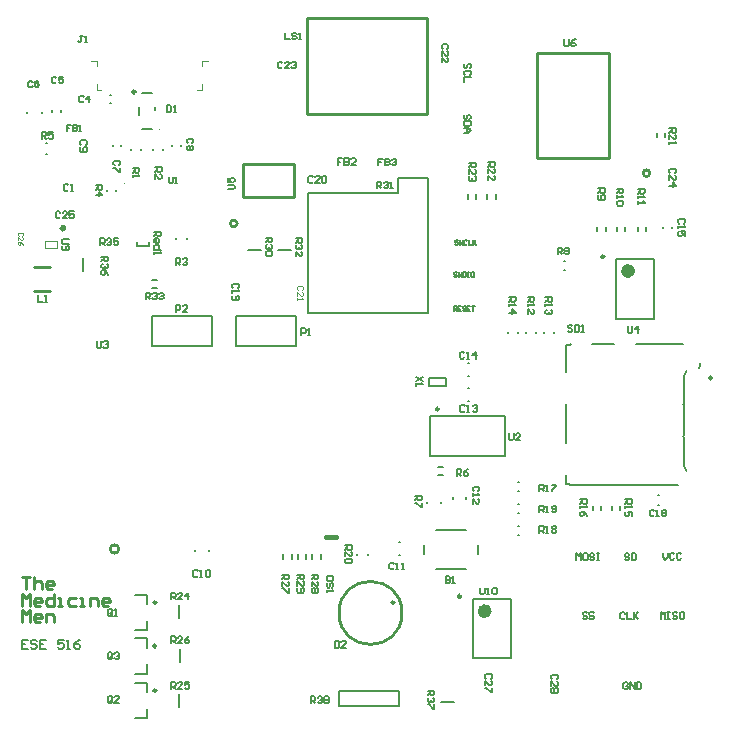
<source format=gto>
G04*
G04 #@! TF.GenerationSoftware,Altium Limited,Altium Designer,19.0.10 (269)*
G04*
G04 Layer_Color=65535*
%FSLAX44Y44*%
%MOMM*%
G71*
G01*
G75*
%ADD10C,0.2540*%
%ADD11C,0.2500*%
%ADD12C,0.1000*%
%ADD13C,0.6000*%
%ADD14C,0.2000*%
%ADD15C,0.0508*%
%ADD16C,0.1524*%
%ADD17C,0.2032*%
%ADD18C,0.4000*%
%ADD19C,0.1397*%
%ADD20C,0.1270*%
%ADD21C,0.1016*%
D10*
X190546Y432054D02*
G03*
X190546Y432054I-2840J0D01*
G01*
X44642Y428210D02*
G03*
X44642Y428210I-1796J0D01*
G01*
X90378Y156526D02*
G03*
X90378Y156526I-3580J0D01*
G01*
X540050Y474726D02*
G03*
X540050Y474726I-2840J0D01*
G01*
X330230Y102362D02*
G03*
X330230Y102362I-26700J0D01*
G01*
X323850Y111252D02*
G03*
X323850Y111252I-1270J0D01*
G01*
X249428Y524463D02*
Y605743D01*
X351028D01*
Y524463D02*
Y605743D01*
X249428Y524463D02*
X351028D01*
X18400Y395318D02*
X32400D01*
X18400Y375318D02*
X32400D01*
X195326Y454914D02*
Y482854D01*
X238506D01*
Y454914D02*
Y482854D01*
X195326Y454914D02*
X238506D01*
X444500Y487426D02*
X505460D01*
X444500D02*
Y576326D01*
X505460Y487426D02*
Y576326D01*
X444500D02*
X505460D01*
X8128Y94488D02*
Y104645D01*
X11514Y101259D01*
X14899Y104645D01*
Y94488D01*
X23363D02*
X19978D01*
X18285Y96181D01*
Y99566D01*
X19978Y101259D01*
X23363D01*
X25056Y99566D01*
Y97874D01*
X18285D01*
X28441Y94488D02*
Y101259D01*
X33520D01*
X35213Y99566D01*
Y94488D01*
X8128Y132585D02*
X14899D01*
X11514D01*
Y122428D01*
X18285Y132585D02*
Y122428D01*
Y127506D01*
X19978Y129199D01*
X23363D01*
X25056Y127506D01*
Y122428D01*
X33520D02*
X30134D01*
X28441Y124121D01*
Y127506D01*
X30134Y129199D01*
X33520D01*
X35213Y127506D01*
Y125814D01*
X28441D01*
X8128Y108458D02*
Y118615D01*
X11514Y115229D01*
X14899Y118615D01*
Y108458D01*
X23363D02*
X19978D01*
X18285Y110151D01*
Y113536D01*
X19978Y115229D01*
X23363D01*
X25056Y113536D01*
Y111844D01*
X18285D01*
X35213Y118615D02*
Y108458D01*
X30134D01*
X28441Y110151D01*
Y113536D01*
X30134Y115229D01*
X35213D01*
X38598Y108458D02*
X41984D01*
X40291D01*
Y115229D01*
X38598D01*
X53833D02*
X48755D01*
X47062Y113536D01*
Y110151D01*
X48755Y108458D01*
X53833D01*
X57219D02*
X60604D01*
X58912D01*
Y115229D01*
X57219D01*
X65683Y108458D02*
Y115229D01*
X70761D01*
X72454Y113536D01*
Y108458D01*
X80918D02*
X77532D01*
X75840Y110151D01*
Y113536D01*
X77532Y115229D01*
X80918D01*
X82611Y113536D01*
Y111844D01*
X75840D01*
D11*
X122192Y36694D02*
G03*
X122192Y36694I-1250J0D01*
G01*
Y111370D02*
G03*
X122192Y111370I-1250J0D01*
G01*
X122020Y74388D02*
G03*
X122020Y74388I-1250J0D01*
G01*
X104555Y543568D02*
G03*
X104555Y543568I-1250J0D01*
G01*
X501558Y403978D02*
G03*
X501558Y403978I-1250J0D01*
G01*
X592663Y301381D02*
G03*
X592663Y301381I-1250J0D01*
G01*
X361422Y274938D02*
G03*
X361422Y274938I-1250J0D01*
G01*
X380146Y116450D02*
G03*
X380146Y116450I-1250J0D01*
G01*
D12*
X124800Y511804D02*
G03*
X124800Y511804I-500J0D01*
G01*
X95554Y466104D02*
G03*
X95554Y466104I-500J0D01*
G01*
X160794Y569433D02*
X165874D01*
X160794Y565623D02*
Y569433D01*
X71894Y565623D02*
Y569433D01*
X66814D02*
X71894D01*
X160794Y545303D02*
Y550383D01*
X156984Y545303D02*
X160794D01*
X71894D02*
X75704D01*
X71894D02*
Y550383D01*
D13*
X524558Y391928D02*
G03*
X524558Y391928I-3000J0D01*
G01*
X403146Y103900D02*
G03*
X403146Y103900I-3000J0D01*
G01*
D14*
X568913Y279634D02*
G03*
X567913Y278634I0J-1000D01*
G01*
Y251634D02*
G03*
X568913Y250634I1000J0D01*
G01*
X581535Y309634D02*
G03*
X582913Y313081I-3622J3447D01*
G01*
X568913Y252634D02*
G03*
X567913Y251634I0J-1000D01*
G01*
Y278634D02*
G03*
X568913Y277634I1000J0D01*
G01*
X571045Y307177D02*
G03*
X568913Y303081I2868J-4096D01*
G01*
Y226481D02*
G03*
X570904Y222488I5000J0D01*
G01*
X546616Y194120D02*
X547616D01*
X546616Y202120D02*
X547616D01*
X507802Y189262D02*
Y193262D01*
X514802Y189262D02*
Y193262D01*
X491546Y189262D02*
Y193262D01*
X498546Y189262D02*
Y193262D01*
X104442Y43194D02*
X114442D01*
Y35194D02*
Y43194D01*
X104442Y13194D02*
X114442D01*
Y21194D01*
X104442Y117870D02*
X114442D01*
Y109870D02*
Y117870D01*
X104442Y87870D02*
X114442D01*
Y95870D01*
X104270Y80888D02*
X114270D01*
Y72888D02*
Y80888D01*
X104270Y50888D02*
X114270D01*
Y58888D01*
X250444Y356362D02*
X352044D01*
Y470662D01*
X326644D02*
X352044D01*
X326644Y457962D02*
Y470662D01*
X250444Y457962D02*
X326644D01*
X250444Y356362D02*
Y457962D01*
X166532Y154694D02*
Y155694D01*
X155032Y154694D02*
Y155694D01*
X59690Y391756D02*
Y402756D01*
X82812Y533964D02*
X83812D01*
X82812Y540964D02*
X83812D01*
X118904Y384246D02*
X122904D01*
X118904Y377246D02*
X122904D01*
X107300Y523804D02*
Y530804D01*
X121300Y527804D02*
Y530804D01*
X109800Y542304D02*
X118800D01*
X109800Y512304D02*
X118800D01*
X148010Y419108D02*
Y420108D01*
X139010Y419108D02*
Y420108D01*
X88328Y459748D02*
Y460748D01*
X80328Y459748D02*
Y460748D01*
X100902Y494292D02*
Y495292D01*
X108902Y494292D02*
Y495292D01*
X92400Y497594D02*
Y498594D01*
X85400Y497594D02*
Y498594D01*
X105998Y413028D02*
Y416028D01*
X115998Y413028D02*
Y416028D01*
X105998Y413028D02*
X115998D01*
X33592Y526804D02*
Y527804D01*
X41592Y526804D02*
Y527804D01*
X28456Y500054D02*
X29456D01*
X28456Y491054D02*
X29456D01*
X12800Y525788D02*
Y526788D01*
X25300Y525788D02*
Y526788D01*
X119444Y494292D02*
Y495292D01*
X127444Y494292D02*
Y495292D01*
X142692Y497594D02*
Y498594D01*
X135692Y497594D02*
Y498594D01*
X199478Y409956D02*
X210478D01*
X224878D02*
X235878D01*
X118364Y353568D02*
X169164D01*
X118364Y328168D02*
Y353568D01*
Y328168D02*
X169164D01*
Y353568D01*
X189484D02*
X240284D01*
X189484Y328168D02*
Y353568D01*
Y328168D02*
X240284D01*
Y353568D01*
X385882Y453168D02*
Y457168D01*
X392882Y453168D02*
Y457168D01*
X402392Y453168D02*
Y457168D01*
X409392Y453168D02*
Y457168D01*
X545902Y504984D02*
Y508984D01*
X552902Y504984D02*
Y508984D01*
X551116Y428252D02*
Y429252D01*
X559116Y428252D02*
Y429252D01*
X536900Y425482D02*
Y429482D01*
X529900Y425482D02*
Y429482D01*
X518866Y425482D02*
Y429482D01*
X511866Y425482D02*
Y429482D01*
X502610Y425482D02*
Y429482D01*
X495610Y425482D02*
Y429482D01*
X467368Y392748D02*
X468368D01*
X467368Y400748D02*
X468368D01*
X511558Y350928D02*
X543558D01*
X511558Y401928D02*
X543558D01*
Y350928D02*
Y401928D01*
X511558Y350928D02*
Y401928D01*
X568913Y252634D02*
Y277634D01*
X468913Y216831D02*
Y219531D01*
Y328881D02*
X472113D01*
Y330081D01*
X468913Y327031D02*
Y328881D01*
Y246531D02*
Y279231D01*
Y211781D02*
X472113D01*
Y210581D02*
X563913D01*
X468913Y211781D02*
Y216831D01*
Y306231D02*
Y327031D01*
X472113Y330081D02*
X472913D01*
X568913Y226481D02*
Y250634D01*
X472113Y210581D02*
Y211781D01*
X568913Y279634D02*
Y303081D01*
X490913Y330081D02*
X509913D01*
X527913Y330021D02*
X568413D01*
X582913Y313081D02*
Y314231D01*
X458660Y339098D02*
Y340098D01*
X450660Y339098D02*
Y340098D01*
X443420Y339098D02*
Y340098D01*
X435420Y339098D02*
Y340098D01*
X428180Y339098D02*
Y340098D01*
X420180Y339098D02*
Y340098D01*
X352672Y294442D02*
Y301442D01*
X367672Y294442D02*
Y301442D01*
X352672Y294442D02*
X367672D01*
X352672Y301442D02*
X367672D01*
X386342Y302606D02*
X387342D01*
X386342Y314106D02*
X387342D01*
X386342Y281524D02*
X387342D01*
X386342Y293024D02*
X387342D01*
X360712Y219258D02*
X364712D01*
X360712Y226258D02*
X364712D01*
X384718Y199166D02*
Y200166D01*
X373218Y199166D02*
Y200166D01*
X363632Y195588D02*
Y196588D01*
X351632Y195588D02*
Y196588D01*
X390146Y63900D02*
X422146D01*
X390146Y113900D02*
X422146D01*
Y63900D02*
Y113900D01*
X390146Y63900D02*
Y113900D01*
X327414Y151222D02*
X328414D01*
X327414Y162722D02*
X328414D01*
X301172Y151646D02*
Y152646D01*
X292172Y151646D02*
Y152646D01*
X141478Y97878D02*
Y108878D01*
X141908Y60794D02*
Y71794D01*
X141732Y22440D02*
Y33440D01*
X362904Y26622D02*
X373904D01*
X276860Y23622D02*
X327660D01*
Y36322D01*
X276860Y23622D02*
Y36322D01*
X327660D01*
X254310Y148368D02*
Y152368D01*
X261310Y148368D02*
Y152368D01*
X241908Y148368D02*
Y152368D01*
X248908Y148368D02*
Y152368D01*
X229672Y148368D02*
Y152368D01*
X236672Y148368D02*
Y152368D01*
X427998Y205296D02*
X428998D01*
X427998Y213296D02*
X428998D01*
X427998Y168212D02*
X428998D01*
X427998Y176212D02*
X428998D01*
X427998Y186754D02*
X428998D01*
X427998Y194754D02*
X428998D01*
D15*
X27686Y417322D02*
X37846D01*
Y410972D02*
Y417322D01*
X27686Y410972D02*
X37846D01*
X27686D02*
Y417322D01*
D16*
X353568Y235204D02*
Y269494D01*
Y235204D02*
X417068D01*
Y269494D01*
X353568D02*
X417068D01*
D17*
X358648Y139192D02*
X384048D01*
X358648Y172212D02*
X384048D01*
X394208Y151892D02*
Y159512D01*
X348488Y151892D02*
Y159512D01*
X13206Y79753D02*
X8128D01*
Y72136D01*
X13206D01*
X8128Y75945D02*
X10667D01*
X20824Y78484D02*
X19554Y79753D01*
X17015D01*
X15746Y78484D01*
Y77214D01*
X17015Y75945D01*
X19554D01*
X20824Y74675D01*
Y73406D01*
X19554Y72136D01*
X17015D01*
X15746Y73406D01*
X28441Y79753D02*
X23363D01*
Y72136D01*
X28441D01*
X23363Y75945D02*
X25902D01*
X43677Y79753D02*
X38598D01*
Y75945D01*
X41137Y77214D01*
X42407D01*
X43677Y75945D01*
Y73406D01*
X42407Y72136D01*
X39868D01*
X38598Y73406D01*
X46216Y72136D02*
X48755D01*
X47485D01*
Y79753D01*
X46216Y78484D01*
X57642Y79753D02*
X55103Y78484D01*
X52564Y75945D01*
Y73406D01*
X53833Y72136D01*
X56372D01*
X57642Y73406D01*
Y74675D01*
X56372Y75945D01*
X52564D01*
D18*
X266002Y166868D02*
X274002D01*
D19*
X22098Y371727D02*
Y366014D01*
X25907D01*
X27811D02*
X29715D01*
X28763D01*
Y371727D01*
X27811Y370775D01*
X521461Y42607D02*
X520509Y43559D01*
X518604D01*
X517652Y42607D01*
Y38798D01*
X518604Y37846D01*
X520509D01*
X521461Y38798D01*
Y40703D01*
X519556D01*
X523365Y37846D02*
Y43559D01*
X527174Y37846D01*
Y43559D01*
X529078D02*
Y37846D01*
X531935D01*
X532887Y38798D01*
Y42607D01*
X531935Y43559D01*
X529078D01*
X273050Y78611D02*
Y72898D01*
X275907D01*
X276859Y73850D01*
Y77659D01*
X275907Y78611D01*
X273050D01*
X282572Y72898D02*
X278763D01*
X282572Y76707D01*
Y77659D01*
X281620Y78611D01*
X279715D01*
X278763Y77659D01*
X182755Y461264D02*
X187516D01*
X188468Y462216D01*
Y464121D01*
X187516Y465073D01*
X182755D01*
Y470786D02*
Y466977D01*
X185611D01*
X184659Y468881D01*
Y469834D01*
X185611Y470786D01*
X187516D01*
X188468Y469834D01*
Y467929D01*
X187516Y466977D01*
X347597Y302514D02*
X341884Y298705D01*
X347597D02*
X341884Y302514D01*
Y296801D02*
Y294897D01*
Y295849D01*
X347597D01*
X346645Y296801D01*
X396240Y123823D02*
Y119062D01*
X397192Y118110D01*
X399097D01*
X400049Y119062D01*
Y123823D01*
X401953Y118110D02*
X403857D01*
X402905D01*
Y123823D01*
X401953Y122871D01*
X406714D02*
X407666Y123823D01*
X409571D01*
X410523Y122871D01*
Y119062D01*
X409571Y118110D01*
X407666D01*
X406714Y119062D01*
Y122871D01*
X48305Y418846D02*
X43544D01*
X42592Y417894D01*
Y415989D01*
X43544Y415037D01*
X48305D01*
X43544Y413133D02*
X42592Y412181D01*
Y410276D01*
X43544Y409324D01*
X47353D01*
X48305Y410276D01*
Y412181D01*
X47353Y413133D01*
X46401D01*
X45449Y412181D01*
Y409324D01*
X467614Y588135D02*
Y583374D01*
X468566Y582422D01*
X470471D01*
X471423Y583374D01*
Y588135D01*
X477136D02*
X475232Y587183D01*
X473327Y585279D01*
Y583374D01*
X474279Y582422D01*
X476184D01*
X477136Y583374D01*
Y584326D01*
X476184Y585279D01*
X473327D01*
X521462Y345311D02*
Y340550D01*
X522414Y339598D01*
X524319D01*
X525271Y340550D01*
Y345311D01*
X530032Y339598D02*
Y345311D01*
X527175Y342455D01*
X530984D01*
X71628Y332611D02*
Y327850D01*
X72580Y326898D01*
X74485D01*
X75437Y327850D01*
Y332611D01*
X77341Y331659D02*
X78293Y332611D01*
X80198D01*
X81150Y331659D01*
Y330707D01*
X80198Y329755D01*
X79246D01*
X80198D01*
X81150Y328802D01*
Y327850D01*
X80198Y326898D01*
X78293D01*
X77341Y327850D01*
X420878Y254379D02*
Y249618D01*
X421830Y248666D01*
X423735D01*
X424687Y249618D01*
Y254379D01*
X430400Y248666D02*
X426591D01*
X430400Y252475D01*
Y253427D01*
X429448Y254379D01*
X427543D01*
X426591Y253427D01*
X132588Y471168D02*
Y466936D01*
X133434Y466090D01*
X135127D01*
X135974Y466936D01*
Y471168D01*
X137666Y466090D02*
X139359D01*
X138513D01*
Y471168D01*
X137666Y470322D01*
X387539Y563373D02*
X388491Y564325D01*
Y566230D01*
X387539Y567182D01*
X386587D01*
X385635Y566230D01*
Y564325D01*
X384682Y563373D01*
X383730D01*
X382778Y564325D01*
Y566230D01*
X383730Y567182D01*
X387539Y557660D02*
X388491Y558612D01*
Y560517D01*
X387539Y561469D01*
X383730D01*
X382778Y560517D01*
Y558612D01*
X383730Y557660D01*
X388491Y555756D02*
X382778D01*
Y551947D01*
X387285Y520447D02*
X388237Y521399D01*
Y523304D01*
X387285Y524256D01*
X386333D01*
X385381Y523304D01*
Y521399D01*
X384428Y520447D01*
X383476D01*
X382524Y521399D01*
Y523304D01*
X383476Y524256D01*
X388237Y518543D02*
X382524D01*
Y515686D01*
X383476Y514734D01*
X387285D01*
X388237Y515686D01*
Y518543D01*
X382524Y512830D02*
X386333D01*
X388237Y510925D01*
X386333Y509021D01*
X382524D01*
X385381D01*
Y512830D01*
X486917Y102043D02*
X485965Y102995D01*
X484060D01*
X483108Y102043D01*
Y101091D01*
X484060Y100139D01*
X485965D01*
X486917Y99186D01*
Y98234D01*
X485965Y97282D01*
X484060D01*
X483108Y98234D01*
X492630Y102043D02*
X491678Y102995D01*
X489773D01*
X488821Y102043D01*
Y101091D01*
X489773Y100139D01*
X491678D01*
X492630Y99186D01*
Y98234D01*
X491678Y97282D01*
X489773D01*
X488821Y98234D01*
X518921Y101789D02*
X517969Y102741D01*
X516064D01*
X515112Y101789D01*
Y97980D01*
X516064Y97028D01*
X517969D01*
X518921Y97980D01*
X520825Y102741D02*
Y97028D01*
X524634D01*
X526538Y102741D02*
Y97028D01*
Y98932D01*
X530347Y102741D01*
X527491Y99885D01*
X530347Y97028D01*
X549148Y97282D02*
Y102995D01*
X551052Y101091D01*
X552957Y102995D01*
Y97282D01*
X554861Y102995D02*
X556766D01*
X555813D01*
Y97282D01*
X554861D01*
X556766D01*
X563431Y102043D02*
X562479Y102995D01*
X560574D01*
X559622Y102043D01*
Y101091D01*
X560574Y100139D01*
X562479D01*
X563431Y99186D01*
Y98234D01*
X562479Y97282D01*
X560574D01*
X559622Y98234D01*
X568192Y102995D02*
X566287D01*
X565335Y102043D01*
Y98234D01*
X566287Y97282D01*
X568192D01*
X569144Y98234D01*
Y102043D01*
X568192Y102995D01*
X477908Y147066D02*
Y152779D01*
X479812Y150875D01*
X481717Y152779D01*
Y147066D01*
X486478Y152779D02*
X484573D01*
X483621Y151827D01*
Y148018D01*
X484573Y147066D01*
X486478D01*
X487430Y148018D01*
Y151827D01*
X486478Y152779D01*
X493143Y151827D02*
X492191Y152779D01*
X490286D01*
X489334Y151827D01*
Y150875D01*
X490286Y149923D01*
X492191D01*
X493143Y148970D01*
Y148018D01*
X492191Y147066D01*
X490286D01*
X489334Y148018D01*
X495047Y152779D02*
X496952D01*
X496000D01*
Y147066D01*
X495047D01*
X496952D01*
X522731Y151827D02*
X521779Y152779D01*
X519874D01*
X518922Y151827D01*
Y150875D01*
X519874Y149923D01*
X521779D01*
X522731Y148970D01*
Y148018D01*
X521779Y147066D01*
X519874D01*
X518922Y148018D01*
X524635Y152779D02*
Y147066D01*
X527492D01*
X528444Y148018D01*
Y151827D01*
X527492Y152779D01*
X524635D01*
X551180Y153287D02*
Y149478D01*
X553084Y147574D01*
X554989Y149478D01*
Y153287D01*
X560702Y152335D02*
X559750Y153287D01*
X557845D01*
X556893Y152335D01*
Y148526D01*
X557845Y147574D01*
X559750D01*
X560702Y148526D01*
X566415Y152335D02*
X565463Y153287D01*
X563559D01*
X562606Y152335D01*
Y148526D01*
X563559Y147574D01*
X565463D01*
X566415Y148526D01*
X474471Y345121D02*
X473519Y346073D01*
X471614D01*
X470662Y345121D01*
Y344169D01*
X471614Y343217D01*
X473519D01*
X474471Y342264D01*
Y341312D01*
X473519Y340360D01*
X471614D01*
X470662Y341312D01*
X476375Y346073D02*
Y340360D01*
X479232D01*
X480184Y341312D01*
Y345121D01*
X479232Y346073D01*
X476375D01*
X482088Y340360D02*
X483993D01*
X483041D01*
Y346073D01*
X482088Y345121D01*
X120396Y425196D02*
X126109D01*
Y422339D01*
X125157Y421387D01*
X123253D01*
X122300Y422339D01*
Y425196D01*
Y423292D02*
X120396Y421387D01*
Y416626D02*
Y418531D01*
X121348Y419483D01*
X123253D01*
X124205Y418531D01*
Y416626D01*
X123253Y415674D01*
X122300D01*
Y419483D01*
X126109Y409961D02*
X120396D01*
Y412817D01*
X121348Y413770D01*
X123253D01*
X124205Y412817D01*
Y409961D01*
X120396Y408057D02*
Y406152D01*
Y407104D01*
X126109D01*
X125157Y408057D01*
X252984Y25908D02*
Y31621D01*
X255841D01*
X256793Y30669D01*
Y28765D01*
X255841Y27812D01*
X252984D01*
X254888D02*
X256793Y25908D01*
X258697Y30669D02*
X259649Y31621D01*
X261554D01*
X262506Y30669D01*
Y29717D01*
X261554Y28765D01*
X260602D01*
X261554D01*
X262506Y27812D01*
Y26860D01*
X261554Y25908D01*
X259649D01*
X258697Y26860D01*
X264410Y30669D02*
X265362Y31621D01*
X267267D01*
X268219Y30669D01*
Y29717D01*
X267267Y28765D01*
X268219Y27812D01*
Y26860D01*
X267267Y25908D01*
X265362D01*
X264410Y26860D01*
Y27812D01*
X265362Y28765D01*
X264410Y29717D01*
Y30669D01*
X265362Y28765D02*
X267267D01*
X351894Y36274D02*
X357607D01*
Y33417D01*
X356655Y32465D01*
X354751D01*
X353798Y33417D01*
Y36274D01*
Y34370D02*
X351894Y32465D01*
X356655Y30561D02*
X357607Y29609D01*
Y27704D01*
X356655Y26752D01*
X355703D01*
X354751Y27704D01*
Y28656D01*
Y27704D01*
X353798Y26752D01*
X352846D01*
X351894Y27704D01*
Y29609D01*
X352846Y30561D01*
X357607Y24848D02*
Y21039D01*
X356655D01*
X352846Y24848D01*
X351894D01*
X75692Y403860D02*
X81405D01*
Y401003D01*
X80453Y400051D01*
X78549D01*
X77596Y401003D01*
Y403860D01*
Y401956D02*
X75692Y400051D01*
X80453Y398147D02*
X81405Y397195D01*
Y395290D01*
X80453Y394338D01*
X79501D01*
X78549Y395290D01*
Y396242D01*
Y395290D01*
X77596Y394338D01*
X76644D01*
X75692Y395290D01*
Y397195D01*
X76644Y398147D01*
X81405Y388625D02*
X80453Y390529D01*
X78549Y392434D01*
X76644D01*
X75692Y391482D01*
Y389577D01*
X76644Y388625D01*
X77596D01*
X78549Y389577D01*
Y392434D01*
X74676Y413766D02*
Y419479D01*
X77533D01*
X78485Y418527D01*
Y416623D01*
X77533Y415670D01*
X74676D01*
X76580D02*
X78485Y413766D01*
X80389Y418527D02*
X81341Y419479D01*
X83246D01*
X84198Y418527D01*
Y417575D01*
X83246Y416623D01*
X82294D01*
X83246D01*
X84198Y415670D01*
Y414718D01*
X83246Y413766D01*
X81341D01*
X80389Y414718D01*
X89911Y419479D02*
X86102D01*
Y416623D01*
X88007Y417575D01*
X88959D01*
X89911Y416623D01*
Y414718D01*
X88959Y413766D01*
X87055D01*
X86102Y414718D01*
X113030Y367792D02*
Y373505D01*
X115887D01*
X116839Y372553D01*
Y370649D01*
X115887Y369696D01*
X113030D01*
X114934D02*
X116839Y367792D01*
X118743Y372553D02*
X119695Y373505D01*
X121600D01*
X122552Y372553D01*
Y371601D01*
X121600Y370649D01*
X120647D01*
X121600D01*
X122552Y369696D01*
Y368744D01*
X121600Y367792D01*
X119695D01*
X118743Y368744D01*
X124456Y372553D02*
X125408Y373505D01*
X127313D01*
X128265Y372553D01*
Y371601D01*
X127313Y370649D01*
X126361D01*
X127313D01*
X128265Y369696D01*
Y368744D01*
X127313Y367792D01*
X125408D01*
X124456Y368744D01*
X240030Y419608D02*
X245743D01*
Y416751D01*
X244791Y415799D01*
X242887D01*
X241934Y416751D01*
Y419608D01*
Y417704D02*
X240030Y415799D01*
X244791Y413895D02*
X245743Y412943D01*
Y411038D01*
X244791Y410086D01*
X243839D01*
X242887Y411038D01*
Y411991D01*
Y411038D01*
X241934Y410086D01*
X240982D01*
X240030Y411038D01*
Y412943D01*
X240982Y413895D01*
X240030Y404373D02*
Y408182D01*
X243839Y404373D01*
X244791D01*
X245743Y405325D01*
Y407229D01*
X244791Y408182D01*
X308864Y461772D02*
Y467485D01*
X311721D01*
X312673Y466533D01*
Y464629D01*
X311721Y463676D01*
X308864D01*
X310768D02*
X312673Y461772D01*
X314577Y466533D02*
X315529Y467485D01*
X317434D01*
X318386Y466533D01*
Y465581D01*
X317434Y464629D01*
X316481D01*
X317434D01*
X318386Y463676D01*
Y462724D01*
X317434Y461772D01*
X315529D01*
X314577Y462724D01*
X320290Y461772D02*
X322195D01*
X321242D01*
Y467485D01*
X320290Y466533D01*
X214630Y420116D02*
X220343D01*
Y417259D01*
X219391Y416307D01*
X217487D01*
X216534Y417259D01*
Y420116D01*
Y418212D02*
X214630Y416307D01*
X219391Y414403D02*
X220343Y413451D01*
Y411546D01*
X219391Y410594D01*
X218439D01*
X217487Y411546D01*
Y412499D01*
Y411546D01*
X216534Y410594D01*
X215582D01*
X214630Y411546D01*
Y413451D01*
X215582Y414403D01*
X219391Y408690D02*
X220343Y407738D01*
Y405833D01*
X219391Y404881D01*
X215582D01*
X214630Y405833D01*
Y407738D01*
X215582Y408690D01*
X219391D01*
X241554Y134874D02*
X247267D01*
Y132017D01*
X246315Y131065D01*
X244411D01*
X243458Y132017D01*
Y134874D01*
Y132970D02*
X241554Y131065D01*
Y125352D02*
Y129161D01*
X245363Y125352D01*
X246315D01*
X247267Y126304D01*
Y128209D01*
X246315Y129161D01*
X242506Y123448D02*
X241554Y122495D01*
Y120591D01*
X242506Y119639D01*
X246315D01*
X247267Y120591D01*
Y122495D01*
X246315Y123448D01*
X245363D01*
X244411Y122495D01*
Y119639D01*
X253746Y134620D02*
X259459D01*
Y131763D01*
X258507Y130811D01*
X256603D01*
X255650Y131763D01*
Y134620D01*
Y132716D02*
X253746Y130811D01*
Y125098D02*
Y128907D01*
X257555Y125098D01*
X258507D01*
X259459Y126050D01*
Y127955D01*
X258507Y128907D01*
Y123194D02*
X259459Y122241D01*
Y120337D01*
X258507Y119385D01*
X257555D01*
X256603Y120337D01*
X255650Y119385D01*
X254698D01*
X253746Y120337D01*
Y122241D01*
X254698Y123194D01*
X255650D01*
X256603Y122241D01*
X257555Y123194D01*
X258507D01*
X256603Y122241D02*
Y120337D01*
X228600Y134620D02*
X234313D01*
Y131763D01*
X233361Y130811D01*
X231457D01*
X230504Y131763D01*
Y134620D01*
Y132716D02*
X228600Y130811D01*
Y125098D02*
Y128907D01*
X232409Y125098D01*
X233361D01*
X234313Y126050D01*
Y127955D01*
X233361Y128907D01*
X234313Y123194D02*
Y119385D01*
X233361D01*
X229552Y123194D01*
X228600D01*
X134620Y76708D02*
Y82421D01*
X137477D01*
X138429Y81469D01*
Y79565D01*
X137477Y78612D01*
X134620D01*
X136524D02*
X138429Y76708D01*
X144142D02*
X140333D01*
X144142Y80517D01*
Y81469D01*
X143190Y82421D01*
X141285D01*
X140333Y81469D01*
X149855Y82421D02*
X147951Y81469D01*
X146046Y79565D01*
Y77660D01*
X146999Y76708D01*
X148903D01*
X149855Y77660D01*
Y78612D01*
X148903Y79565D01*
X146046D01*
X134620Y38100D02*
Y43813D01*
X137477D01*
X138429Y42861D01*
Y40957D01*
X137477Y40004D01*
X134620D01*
X136524D02*
X138429Y38100D01*
X144142D02*
X140333D01*
X144142Y41909D01*
Y42861D01*
X143190Y43813D01*
X141285D01*
X140333Y42861D01*
X149855Y43813D02*
X146046D01*
Y40957D01*
X147951Y41909D01*
X148903D01*
X149855Y40957D01*
Y39052D01*
X148903Y38100D01*
X146999D01*
X146046Y39052D01*
X134620Y113792D02*
Y119505D01*
X137477D01*
X138429Y118553D01*
Y116649D01*
X137477Y115696D01*
X134620D01*
X136524D02*
X138429Y113792D01*
X144142D02*
X140333D01*
X144142Y117601D01*
Y118553D01*
X143190Y119505D01*
X141285D01*
X140333Y118553D01*
X148903Y113792D02*
Y119505D01*
X146046Y116649D01*
X149855D01*
X386842Y483616D02*
X392555D01*
Y480759D01*
X391603Y479807D01*
X389699D01*
X388746Y480759D01*
Y483616D01*
Y481712D02*
X386842Y479807D01*
Y474094D02*
Y477903D01*
X390651Y474094D01*
X391603D01*
X392555Y475046D01*
Y476951D01*
X391603Y477903D01*
Y472190D02*
X392555Y471237D01*
Y469333D01*
X391603Y468381D01*
X390651D01*
X389699Y469333D01*
Y470285D01*
Y469333D01*
X388746Y468381D01*
X387794D01*
X386842Y469333D01*
Y471237D01*
X387794Y472190D01*
X403098Y484124D02*
X408811D01*
Y481267D01*
X407859Y480315D01*
X405955D01*
X405002Y481267D01*
Y484124D01*
Y482220D02*
X403098Y480315D01*
Y474602D02*
Y478411D01*
X406907Y474602D01*
X407859D01*
X408811Y475554D01*
Y477459D01*
X407859Y478411D01*
X403098Y468889D02*
Y472698D01*
X406907Y468889D01*
X407859D01*
X408811Y469841D01*
Y471745D01*
X407859Y472698D01*
X556514Y512820D02*
X562227D01*
Y509963D01*
X561275Y509011D01*
X559371D01*
X558418Y509963D01*
Y512820D01*
Y510916D02*
X556514Y509011D01*
Y503298D02*
Y507107D01*
X560323Y503298D01*
X561275D01*
X562227Y504250D01*
Y506155D01*
X561275Y507107D01*
X556514Y501394D02*
Y499489D01*
Y500442D01*
X562227D01*
X561275Y501394D01*
X281940Y159766D02*
X287653D01*
Y156909D01*
X286701Y155957D01*
X284797D01*
X283844Y156909D01*
Y159766D01*
Y157862D02*
X281940Y155957D01*
Y150244D02*
Y154053D01*
X285749Y150244D01*
X286701D01*
X287653Y151196D01*
Y153101D01*
X286701Y154053D01*
Y148340D02*
X287653Y147388D01*
Y145483D01*
X286701Y144531D01*
X282892D01*
X281940Y145483D01*
Y147388D01*
X282892Y148340D01*
X286701D01*
X446532Y187452D02*
Y193165D01*
X449389D01*
X450341Y192213D01*
Y190309D01*
X449389Y189356D01*
X446532D01*
X448436D02*
X450341Y187452D01*
X452245D02*
X454150D01*
X453197D01*
Y193165D01*
X452245Y192213D01*
X457006Y188404D02*
X457958Y187452D01*
X459863D01*
X460815Y188404D01*
Y192213D01*
X459863Y193165D01*
X457958D01*
X457006Y192213D01*
Y191261D01*
X457958Y190309D01*
X460815D01*
X446532Y170180D02*
Y175893D01*
X449389D01*
X450341Y174941D01*
Y173037D01*
X449389Y172084D01*
X446532D01*
X448436D02*
X450341Y170180D01*
X452245D02*
X454150D01*
X453197D01*
Y175893D01*
X452245Y174941D01*
X457006D02*
X457958Y175893D01*
X459863D01*
X460815Y174941D01*
Y173989D01*
X459863Y173037D01*
X460815Y172084D01*
Y171132D01*
X459863Y170180D01*
X457958D01*
X457006Y171132D01*
Y172084D01*
X457958Y173037D01*
X457006Y173989D01*
Y174941D01*
X457958Y173037D02*
X459863D01*
X446532Y205296D02*
Y211009D01*
X449389D01*
X450341Y210057D01*
Y208153D01*
X449389Y207200D01*
X446532D01*
X448436D02*
X450341Y205296D01*
X452245D02*
X454150D01*
X453197D01*
Y211009D01*
X452245Y210057D01*
X457006Y211009D02*
X460815D01*
Y210057D01*
X457006Y206248D01*
Y205296D01*
X481076Y198628D02*
X486789D01*
Y195771D01*
X485837Y194819D01*
X483933D01*
X482980Y195771D01*
Y198628D01*
Y196724D02*
X481076Y194819D01*
Y192915D02*
Y191010D01*
Y191963D01*
X486789D01*
X485837Y192915D01*
X486789Y184345D02*
X485837Y186250D01*
X483933Y188154D01*
X482028D01*
X481076Y187202D01*
Y185297D01*
X482028Y184345D01*
X482980D01*
X483933Y185297D01*
Y188154D01*
X518922Y198628D02*
X524635D01*
Y195771D01*
X523683Y194819D01*
X521779D01*
X520826Y195771D01*
Y198628D01*
Y196724D02*
X518922Y194819D01*
Y192915D02*
Y191010D01*
Y191963D01*
X524635D01*
X523683Y192915D01*
X524635Y184345D02*
Y188154D01*
X521779D01*
X522731Y186250D01*
Y185297D01*
X521779Y184345D01*
X519874D01*
X518922Y185297D01*
Y187202D01*
X519874Y188154D01*
X420624Y369824D02*
X426337D01*
Y366967D01*
X425385Y366015D01*
X423481D01*
X422528Y366967D01*
Y369824D01*
Y367920D02*
X420624Y366015D01*
Y364111D02*
Y362206D01*
Y363159D01*
X426337D01*
X425385Y364111D01*
X420624Y356493D02*
X426337D01*
X423481Y359350D01*
Y355541D01*
X451612Y369570D02*
X457325D01*
Y366713D01*
X456373Y365761D01*
X454469D01*
X453516Y366713D01*
Y369570D01*
Y367666D02*
X451612Y365761D01*
Y363857D02*
Y361953D01*
Y362905D01*
X457325D01*
X456373Y363857D01*
Y359096D02*
X457325Y358144D01*
Y356239D01*
X456373Y355287D01*
X455421D01*
X454469Y356239D01*
Y357192D01*
Y356239D01*
X453516Y355287D01*
X452564D01*
X451612Y356239D01*
Y358144D01*
X452564Y359096D01*
X436626Y369824D02*
X442339D01*
Y366967D01*
X441387Y366015D01*
X439483D01*
X438530Y366967D01*
Y369824D01*
Y367920D02*
X436626Y366015D01*
Y364111D02*
Y362206D01*
Y363159D01*
X442339D01*
X441387Y364111D01*
X436626Y355541D02*
Y359350D01*
X440435Y355541D01*
X441387D01*
X442339Y356493D01*
Y358398D01*
X441387Y359350D01*
X529900Y461264D02*
X535613D01*
Y458407D01*
X534661Y457455D01*
X532757D01*
X531804Y458407D01*
Y461264D01*
Y459360D02*
X529900Y457455D01*
Y455551D02*
Y453647D01*
Y454599D01*
X535613D01*
X534661Y455551D01*
X529900Y450790D02*
Y448885D01*
Y449838D01*
X535613D01*
X534661Y450790D01*
X511810Y461518D02*
X517523D01*
Y458661D01*
X516571Y457709D01*
X514667D01*
X513714Y458661D01*
Y461518D01*
Y459614D02*
X511810Y457709D01*
Y455805D02*
Y453900D01*
Y454853D01*
X517523D01*
X516571Y455805D01*
Y451044D02*
X517523Y450092D01*
Y448187D01*
X516571Y447235D01*
X512762D01*
X511810Y448187D01*
Y450092D01*
X512762Y451044D01*
X516571D01*
X496062Y461772D02*
X501775D01*
Y458915D01*
X500823Y457963D01*
X498919D01*
X497966Y458915D01*
Y461772D01*
Y459868D02*
X496062Y457963D01*
X497014Y456059D02*
X496062Y455107D01*
Y453202D01*
X497014Y452250D01*
X500823D01*
X501775Y453202D01*
Y455107D01*
X500823Y456059D01*
X499871D01*
X498919Y455107D01*
Y452250D01*
X462026Y405892D02*
Y411605D01*
X464883D01*
X465835Y410653D01*
Y408749D01*
X464883Y407796D01*
X462026D01*
X463930D02*
X465835Y405892D01*
X467739Y410653D02*
X468691Y411605D01*
X470596D01*
X471548Y410653D01*
Y409701D01*
X470596Y408749D01*
X471548Y407796D01*
Y406844D01*
X470596Y405892D01*
X468691D01*
X467739Y406844D01*
Y407796D01*
X468691Y408749D01*
X467739Y409701D01*
Y410653D01*
X468691Y408749D02*
X470596D01*
X341122Y201422D02*
X346835D01*
Y198565D01*
X345883Y197613D01*
X343979D01*
X343026Y198565D01*
Y201422D01*
Y199518D02*
X341122Y197613D01*
X346835Y195709D02*
Y191900D01*
X345883D01*
X342074Y195709D01*
X341122D01*
X376682Y218440D02*
Y224153D01*
X379539D01*
X380491Y223201D01*
Y221297D01*
X379539Y220344D01*
X376682D01*
X378586D02*
X380491Y218440D01*
X386204Y224153D02*
X384300Y223201D01*
X382395Y221297D01*
Y219392D01*
X383347Y218440D01*
X385252D01*
X386204Y219392D01*
Y220344D01*
X385252Y221297D01*
X382395D01*
X25146Y503936D02*
Y509649D01*
X28003D01*
X28955Y508697D01*
Y506793D01*
X28003Y505840D01*
X25146D01*
X27050D02*
X28955Y503936D01*
X34668Y509649D02*
X30859D01*
Y506793D01*
X32764Y507745D01*
X33716D01*
X34668Y506793D01*
Y504888D01*
X33716Y503936D01*
X31811D01*
X30859Y504888D01*
X70726Y464566D02*
X76439D01*
Y461709D01*
X75487Y460757D01*
X73583D01*
X72631Y461709D01*
Y464566D01*
Y462662D02*
X70726Y460757D01*
Y455996D02*
X76439D01*
X73583Y458853D01*
Y455044D01*
X138684Y397002D02*
Y402715D01*
X141541D01*
X142493Y401763D01*
Y399859D01*
X141541Y398906D01*
X138684D01*
X140588D02*
X142493Y397002D01*
X144397Y401763D02*
X145349Y402715D01*
X147254D01*
X148206Y401763D01*
Y400811D01*
X147254Y399859D01*
X146301D01*
X147254D01*
X148206Y398906D01*
Y397954D01*
X147254Y397002D01*
X145349D01*
X144397Y397954D01*
X120904Y479552D02*
X126617D01*
Y476695D01*
X125665Y475743D01*
X123761D01*
X122808Y476695D01*
Y479552D01*
Y477648D02*
X120904Y475743D01*
Y470030D02*
Y473839D01*
X124713Y470030D01*
X125665D01*
X126617Y470982D01*
Y472887D01*
X125665Y473839D01*
X102108Y479044D02*
X107821D01*
Y476187D01*
X106869Y475235D01*
X104965D01*
X104012Y476187D01*
Y479044D01*
Y477140D02*
X102108Y475235D01*
Y473331D02*
Y471427D01*
Y472379D01*
X107821D01*
X106869Y473331D01*
X84835Y64198D02*
Y68007D01*
X83883Y68959D01*
X81978D01*
X81026Y68007D01*
Y64198D01*
X81978Y63246D01*
X83883D01*
X82930Y65150D02*
X84835Y63246D01*
X83883D02*
X84835Y64198D01*
X86739Y68007D02*
X87691Y68959D01*
X89596D01*
X90548Y68007D01*
Y67055D01*
X89596Y66103D01*
X88644D01*
X89596D01*
X90548Y65150D01*
Y64198D01*
X89596Y63246D01*
X87691D01*
X86739Y64198D01*
X84835Y27114D02*
Y30923D01*
X83883Y31875D01*
X81978D01*
X81026Y30923D01*
Y27114D01*
X81978Y26162D01*
X83883D01*
X82930Y28066D02*
X84835Y26162D01*
X83883D02*
X84835Y27114D01*
X90548Y26162D02*
X86739D01*
X90548Y29971D01*
Y30923D01*
X89596Y31875D01*
X87691D01*
X86739Y30923D01*
X84835Y101028D02*
Y104837D01*
X83883Y105789D01*
X81978D01*
X81026Y104837D01*
Y101028D01*
X81978Y100076D01*
X83883D01*
X82930Y101980D02*
X84835Y100076D01*
X83883D02*
X84835Y101028D01*
X86739Y100076D02*
X88644D01*
X87691D01*
Y105789D01*
X86739Y104837D01*
X138684Y357124D02*
Y362837D01*
X141541D01*
X142493Y361885D01*
Y359981D01*
X141541Y359028D01*
X138684D01*
X148206Y357124D02*
X144397D01*
X148206Y360933D01*
Y361885D01*
X147254Y362837D01*
X145349D01*
X144397Y361885D01*
X244856Y337566D02*
Y343279D01*
X247713D01*
X248665Y342327D01*
Y340423D01*
X247713Y339470D01*
X244856D01*
X250569Y337566D02*
X252474D01*
X251521D01*
Y343279D01*
X250569Y342327D01*
X231408Y593723D02*
Y588010D01*
X235217D01*
X240930Y592771D02*
X239978Y593723D01*
X238073D01*
X237121Y592771D01*
Y591819D01*
X238073Y590867D01*
X239978D01*
X240930Y589914D01*
Y588962D01*
X239978Y588010D01*
X238073D01*
X237121Y588962D01*
X242834Y588010D02*
X244739D01*
X243787D01*
Y593723D01*
X242834Y592771D01*
X59689Y591183D02*
X57784D01*
X58737D01*
Y586422D01*
X57784Y585470D01*
X56832D01*
X55880Y586422D01*
X61593Y585470D02*
X63498D01*
X62545D01*
Y591183D01*
X61593Y590231D01*
X313943Y487043D02*
X310134D01*
Y484187D01*
X312038D01*
X310134D01*
Y481330D01*
X315847Y487043D02*
Y481330D01*
X318704D01*
X319656Y482282D01*
Y483234D01*
X318704Y484187D01*
X315847D01*
X318704D01*
X319656Y485139D01*
Y486091D01*
X318704Y487043D01*
X315847D01*
X321560Y486091D02*
X322513Y487043D01*
X324417D01*
X325369Y486091D01*
Y485139D01*
X324417Y484187D01*
X323465D01*
X324417D01*
X325369Y483234D01*
Y482282D01*
X324417Y481330D01*
X322513D01*
X321560Y482282D01*
X279399Y487297D02*
X275590D01*
Y484441D01*
X277494D01*
X275590D01*
Y481584D01*
X281303Y487297D02*
Y481584D01*
X284160D01*
X285112Y482536D01*
Y483488D01*
X284160Y484441D01*
X281303D01*
X284160D01*
X285112Y485393D01*
Y486345D01*
X284160Y487297D01*
X281303D01*
X290825Y481584D02*
X287016D01*
X290825Y485393D01*
Y486345D01*
X289873Y487297D01*
X287969D01*
X287016Y486345D01*
X50122Y515364D02*
X46736D01*
Y512825D01*
X48429D01*
X46736D01*
Y510286D01*
X51814Y515364D02*
Y510286D01*
X54353D01*
X55200Y511132D01*
Y511979D01*
X54353Y512825D01*
X51814D01*
X54353D01*
X55200Y513672D01*
Y514518D01*
X54353Y515364D01*
X51814D01*
X56893Y510286D02*
X58586D01*
X57739D01*
Y515364D01*
X56893Y514518D01*
X272159Y133350D02*
X266446D01*
Y130493D01*
X267398Y129541D01*
X271207D01*
X272159Y130493D01*
Y133350D01*
X271207Y123828D02*
X272159Y124780D01*
Y126685D01*
X271207Y127637D01*
X270255D01*
X269303Y126685D01*
Y124780D01*
X268350Y123828D01*
X267398D01*
X266446Y124780D01*
Y126685D01*
X267398Y127637D01*
X266446Y121924D02*
Y120019D01*
Y120971D01*
X272159D01*
X271207Y121924D01*
X131064Y532001D02*
Y526288D01*
X133921D01*
X134873Y527240D01*
Y531049D01*
X133921Y532001D01*
X131064D01*
X136777Y526288D02*
X138681D01*
X137729D01*
Y532001D01*
X136777Y531049D01*
X461020Y46229D02*
X461972Y47181D01*
Y49086D01*
X461020Y50038D01*
X457211D01*
X456259Y49086D01*
Y47181D01*
X457211Y46229D01*
X456259Y40516D02*
Y44325D01*
X460067Y40516D01*
X461020D01*
X461972Y41468D01*
Y43373D01*
X461020Y44325D01*
Y38612D02*
X461972Y37659D01*
Y35755D01*
X461020Y34803D01*
X460067D01*
X459115Y35755D01*
X458163Y34803D01*
X457211D01*
X456259Y35755D01*
Y37659D01*
X457211Y38612D01*
X458163D01*
X459115Y37659D01*
X460067Y38612D01*
X461020D01*
X459115Y37659D02*
Y35755D01*
X405207Y46737D02*
X406159Y47689D01*
Y49594D01*
X405207Y50546D01*
X401398D01*
X400446Y49594D01*
Y47689D01*
X401398Y46737D01*
X400446Y41024D02*
Y44833D01*
X404255Y41024D01*
X405207D01*
X406159Y41976D01*
Y43881D01*
X405207Y44833D01*
X406159Y39120D02*
Y35311D01*
X405207D01*
X401398Y39120D01*
X400446D01*
X40893Y441313D02*
X39941Y442265D01*
X38036D01*
X37084Y441313D01*
Y437504D01*
X38036Y436552D01*
X39941D01*
X40893Y437504D01*
X46606Y436552D02*
X42797D01*
X46606Y440361D01*
Y441313D01*
X45654Y442265D01*
X43749D01*
X42797Y441313D01*
X52319Y442265D02*
X48510D01*
Y439409D01*
X50415Y440361D01*
X51367D01*
X52319Y439409D01*
Y437504D01*
X51367Y436552D01*
X49462D01*
X48510Y437504D01*
X561275Y474727D02*
X562227Y475679D01*
Y477584D01*
X561275Y478536D01*
X557466D01*
X556514Y477584D01*
Y475679D01*
X557466Y474727D01*
X556514Y469014D02*
Y472823D01*
X560323Y469014D01*
X561275D01*
X562227Y469966D01*
Y471871D01*
X561275Y472823D01*
X556514Y464253D02*
X562227D01*
X559371Y467110D01*
Y463301D01*
X228853Y568133D02*
X227901Y569085D01*
X225996D01*
X225044Y568133D01*
Y564324D01*
X225996Y563372D01*
X227901D01*
X228853Y564324D01*
X234566Y563372D02*
X230757D01*
X234566Y567181D01*
Y568133D01*
X233614Y569085D01*
X231709D01*
X230757Y568133D01*
X236470D02*
X237423Y569085D01*
X239327D01*
X240279Y568133D01*
Y567181D01*
X239327Y566229D01*
X238375D01*
X239327D01*
X240279Y565276D01*
Y564324D01*
X239327Y563372D01*
X237423D01*
X236470Y564324D01*
X368489Y579883D02*
X369441Y580835D01*
Y582740D01*
X368489Y583692D01*
X364680D01*
X363728Y582740D01*
Y580835D01*
X364680Y579883D01*
X363728Y574170D02*
Y577979D01*
X367537Y574170D01*
X368489D01*
X369441Y575122D01*
Y577027D01*
X368489Y577979D01*
X363728Y568457D02*
Y572266D01*
X367537Y568457D01*
X368489D01*
X369441Y569409D01*
Y571314D01*
X368489Y572266D01*
X254761Y471359D02*
X253809Y472311D01*
X251904D01*
X250952Y471359D01*
Y467550D01*
X251904Y466598D01*
X253809D01*
X254761Y467550D01*
X260474Y466598D02*
X256665D01*
X260474Y470407D01*
Y471359D01*
X259522Y472311D01*
X257617D01*
X256665Y471359D01*
X262378D02*
X263330Y472311D01*
X265235D01*
X266187Y471359D01*
Y467550D01*
X265235Y466598D01*
X263330D01*
X262378Y467550D01*
Y471359D01*
X191197Y377445D02*
X192149Y378397D01*
Y380302D01*
X191197Y381254D01*
X187388D01*
X186436Y380302D01*
Y378397D01*
X187388Y377445D01*
X186436Y375541D02*
Y373637D01*
Y374589D01*
X192149D01*
X191197Y375541D01*
X187388Y370780D02*
X186436Y369828D01*
Y367923D01*
X187388Y366971D01*
X191197D01*
X192149Y367923D01*
Y369828D01*
X191197Y370780D01*
X190245D01*
X189293Y369828D01*
Y366971D01*
X543559Y188911D02*
X542607Y189863D01*
X540702D01*
X539750Y188911D01*
Y185102D01*
X540702Y184150D01*
X542607D01*
X543559Y185102D01*
X545463Y184150D02*
X547368D01*
X546415D01*
Y189863D01*
X545463Y188911D01*
X550224D02*
X551176Y189863D01*
X553081D01*
X554033Y188911D01*
Y187959D01*
X553081Y187007D01*
X554033Y186054D01*
Y185102D01*
X553081Y184150D01*
X551176D01*
X550224Y185102D01*
Y186054D01*
X551176Y187007D01*
X550224Y187959D01*
Y188911D01*
X551176Y187007D02*
X553081D01*
X568641Y432055D02*
X569593Y433007D01*
Y434912D01*
X568641Y435864D01*
X564832D01*
X563880Y434912D01*
Y433007D01*
X564832Y432055D01*
X563880Y430151D02*
Y428246D01*
Y429199D01*
X569593D01*
X568641Y430151D01*
X569593Y421581D02*
Y425390D01*
X566737D01*
X567689Y423485D01*
Y422533D01*
X566737Y421581D01*
X564832D01*
X563880Y422533D01*
Y424438D01*
X564832Y425390D01*
X383031Y322515D02*
X382079Y323467D01*
X380174D01*
X379222Y322515D01*
Y318706D01*
X380174Y317754D01*
X382079D01*
X383031Y318706D01*
X384935Y317754D02*
X386839D01*
X385887D01*
Y323467D01*
X384935Y322515D01*
X392553Y317754D02*
Y323467D01*
X389696Y320611D01*
X393505D01*
X383285Y277557D02*
X382333Y278509D01*
X380428D01*
X379476Y277557D01*
Y273748D01*
X380428Y272796D01*
X382333D01*
X383285Y273748D01*
X385189Y272796D02*
X387094D01*
X386141D01*
Y278509D01*
X385189Y277557D01*
X389950D02*
X390902Y278509D01*
X392807D01*
X393759Y277557D01*
Y276605D01*
X392807Y275653D01*
X391855D01*
X392807D01*
X393759Y274700D01*
Y273748D01*
X392807Y272796D01*
X390902D01*
X389950Y273748D01*
X394651Y205487D02*
X395603Y206439D01*
Y208344D01*
X394651Y209296D01*
X390842D01*
X389890Y208344D01*
Y206439D01*
X390842Y205487D01*
X389890Y203583D02*
Y201679D01*
Y202631D01*
X395603D01*
X394651Y203583D01*
X389890Y195013D02*
Y198822D01*
X393699Y195013D01*
X394651D01*
X395603Y195965D01*
Y197870D01*
X394651Y198822D01*
X323341Y143953D02*
X322389Y144905D01*
X320484D01*
X319532Y143953D01*
Y140144D01*
X320484Y139192D01*
X322389D01*
X323341Y140144D01*
X325245Y139192D02*
X327150D01*
X326197D01*
Y144905D01*
X325245Y143953D01*
X330006Y139192D02*
X331911D01*
X330958D01*
Y144905D01*
X330006Y143953D01*
X157225Y137857D02*
X156273Y138809D01*
X154368D01*
X153416Y137857D01*
Y134048D01*
X154368Y133096D01*
X156273D01*
X157225Y134048D01*
X159129Y133096D02*
X161033D01*
X160081D01*
Y138809D01*
X159129Y137857D01*
X163890D02*
X164842Y138809D01*
X166747D01*
X167699Y137857D01*
Y134048D01*
X166747Y133096D01*
X164842D01*
X163890Y134048D01*
Y137857D01*
X62419Y498603D02*
X63371Y499555D01*
Y501460D01*
X62419Y502412D01*
X58610D01*
X57658Y501460D01*
Y499555D01*
X58610Y498603D01*
Y496699D02*
X57658Y495747D01*
Y493842D01*
X58610Y492890D01*
X62419D01*
X63371Y493842D01*
Y495747D01*
X62419Y496699D01*
X61467D01*
X60515Y495747D01*
Y492890D01*
X152605Y499873D02*
X153557Y500825D01*
Y502730D01*
X152605Y503682D01*
X148796D01*
X147844Y502730D01*
Y500825D01*
X148796Y499873D01*
X152605Y497969D02*
X153557Y497017D01*
Y495112D01*
X152605Y494160D01*
X151653D01*
X150701Y495112D01*
X149748Y494160D01*
X148796D01*
X147844Y495112D01*
Y497017D01*
X148796Y497969D01*
X149748D01*
X150701Y497017D01*
X151653Y497969D01*
X152605D01*
X150701Y497017D02*
Y495112D01*
X90613Y481331D02*
X91565Y482283D01*
Y484188D01*
X90613Y485140D01*
X86804D01*
X85852Y484188D01*
Y482283D01*
X86804Y481331D01*
X91565Y479427D02*
Y475618D01*
X90613D01*
X86804Y479427D01*
X85852D01*
X17543Y551723D02*
X17271Y552267D01*
X16727Y552812D01*
X16183Y553084D01*
X15094D01*
X14550Y552812D01*
X14006Y552267D01*
X13734Y551723D01*
X13462Y550907D01*
Y549547D01*
X13734Y548730D01*
X14006Y548186D01*
X14550Y547642D01*
X15094Y547370D01*
X16183D01*
X16727Y547642D01*
X17271Y548186D01*
X17543Y548730D01*
X22414Y552267D02*
X22141Y552812D01*
X21325Y553084D01*
X20781D01*
X19965Y552812D01*
X19421Y551995D01*
X19149Y550635D01*
Y549275D01*
X19421Y548186D01*
X19965Y547642D01*
X20781Y547370D01*
X21053D01*
X21869Y547642D01*
X22414Y548186D01*
X22686Y549002D01*
Y549275D01*
X22414Y550091D01*
X21869Y550635D01*
X21053Y550907D01*
X20781D01*
X19965Y550635D01*
X19421Y550091D01*
X19149Y549275D01*
X37591Y555433D02*
X36639Y556385D01*
X34734D01*
X33782Y555433D01*
Y551624D01*
X34734Y550672D01*
X36639D01*
X37591Y551624D01*
X43304Y556385D02*
X39495D01*
Y553529D01*
X41399Y554481D01*
X42352D01*
X43304Y553529D01*
Y551624D01*
X42352Y550672D01*
X40447D01*
X39495Y551624D01*
X60705Y539431D02*
X59753Y540383D01*
X57848D01*
X56896Y539431D01*
Y535622D01*
X57848Y534670D01*
X59753D01*
X60705Y535622D01*
X65466Y534670D02*
Y540383D01*
X62609Y537527D01*
X66418D01*
X47751Y464501D02*
X46799Y465453D01*
X44894D01*
X43942Y464501D01*
Y460692D01*
X44894Y459740D01*
X46799D01*
X47751Y460692D01*
X49655Y459740D02*
X51560D01*
X50607D01*
Y465453D01*
X49655Y464501D01*
X367030Y133221D02*
Y127508D01*
X369887D01*
X370839Y128460D01*
Y129412D01*
X369887Y130365D01*
X367030D01*
X369887D01*
X370839Y131317D01*
Y132269D01*
X369887Y133221D01*
X367030D01*
X372743Y127508D02*
X374647D01*
X373695D01*
Y133221D01*
X372743Y132269D01*
D20*
X374142Y358140D02*
Y361949D01*
X376046D01*
X376681Y361314D01*
Y360044D01*
X376046Y359410D01*
X374142D01*
X375412D02*
X376681Y358140D01*
X380490Y361949D02*
X377951D01*
Y358140D01*
X380490D01*
X377951Y360044D02*
X379220D01*
X384299Y361314D02*
X383664Y361949D01*
X382394D01*
X381760Y361314D01*
Y360679D01*
X382394Y360044D01*
X383664D01*
X384299Y359410D01*
Y358775D01*
X383664Y358140D01*
X382394D01*
X381760Y358775D01*
X388107Y361949D02*
X385568D01*
Y358140D01*
X388107D01*
X385568Y360044D02*
X386838D01*
X389377Y361949D02*
X391916D01*
X390647D01*
Y358140D01*
X376935Y390016D02*
X376300Y390651D01*
X375031D01*
X374396Y390016D01*
Y389381D01*
X375031Y388746D01*
X376300D01*
X376935Y388112D01*
Y387477D01*
X376300Y386842D01*
X375031D01*
X374396Y387477D01*
X378205Y390651D02*
Y386842D01*
X379474Y388112D01*
X380744Y386842D01*
Y390651D01*
X382014D02*
Y386842D01*
X383918D01*
X384553Y387477D01*
Y390016D01*
X383918Y390651D01*
X382014D01*
X385822D02*
X387092D01*
X386457D01*
Y386842D01*
X385822D01*
X387092D01*
X390901Y390651D02*
X389631D01*
X388996Y390016D01*
Y387477D01*
X389631Y386842D01*
X390901D01*
X391535Y387477D01*
Y390016D01*
X390901Y390651D01*
X377697Y417448D02*
X377062Y418083D01*
X375793D01*
X375158Y417448D01*
Y416813D01*
X375793Y416178D01*
X377062D01*
X377697Y415544D01*
Y414909D01*
X377062Y414274D01*
X375793D01*
X375158Y414909D01*
X378967Y418083D02*
Y414274D01*
X380236Y415544D01*
X381506Y414274D01*
Y418083D01*
X385315Y417448D02*
X384680Y418083D01*
X383410D01*
X382776Y417448D01*
Y414909D01*
X383410Y414274D01*
X384680D01*
X385315Y414909D01*
X386584Y418083D02*
Y414274D01*
X389123D01*
X390393Y418083D02*
Y414274D01*
Y415544D01*
X392932Y418083D01*
X391028Y416178D01*
X392932Y414274D01*
D21*
X8254Y421895D02*
X8889Y422530D01*
Y423799D01*
X8254Y424434D01*
X5715D01*
X5080Y423799D01*
Y422530D01*
X5715Y421895D01*
X5080Y418086D02*
Y420625D01*
X7619Y418086D01*
X8254D01*
X8889Y418721D01*
Y419990D01*
X8254Y420625D01*
X8889Y414277D02*
X8254Y415547D01*
X6984Y416816D01*
X5715D01*
X5080Y416182D01*
Y414912D01*
X5715Y414277D01*
X6350D01*
X6984Y414912D01*
Y416816D01*
X245532Y375582D02*
X246378Y376429D01*
Y378122D01*
X245532Y378968D01*
X242146D01*
X241300Y378122D01*
Y376429D01*
X242146Y375582D01*
X241300Y370504D02*
Y373890D01*
X244686Y370504D01*
X245532D01*
X246378Y371351D01*
Y373043D01*
X245532Y373890D01*
X241300Y368811D02*
Y367118D01*
Y367965D01*
X246378D01*
X245532Y368811D01*
M02*

</source>
